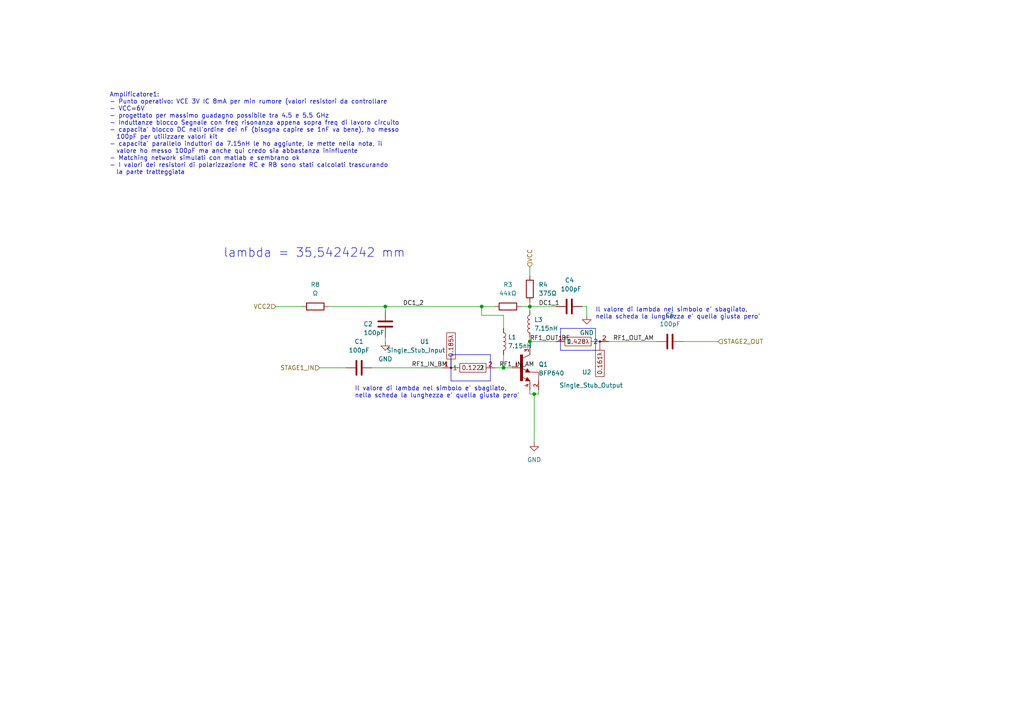
<source format=kicad_sch>
(kicad_sch (version 20230121) (generator eeschema)
  (paper "A4")
  (lib_symbols
    (symbol "Device:C" (pin_numbers hide) (pin_names (offset 0.254))
      (property "Reference" "C" (at 0.635 2.54 0))
      (property "Value" "C" (at 0.635 -2.54 0))
      (symbol "C_0_1"
        (polyline (pts (xy -2.032 -0.762) (xy 2.032 -0.762)) (stroke (width 0.508)))
        (polyline (pts (xy -2.032 0.762) (xy 2.032 0.762)) (stroke (width 0.508)))
      )
      (symbol "C_1_1"
        (pin passive line (at 0 3.81 270) (length 2.794) (name "~") (number "1"))
        (pin passive line (at 0 -3.81 90) (length 2.794) (name "~") (number "2"))
      )
    )
    (symbol "Device:L" (pin_numbers hide) (pin_names (offset 1.016) hide)
      (property "Reference" "L" (at -1.27 0 90))
      (property "Value" "L" (at 1.905 0 90))
      (symbol "L_0_1"
        (arc (start 0 -2.54) (mid 0.6323 -1.905) (end 0 -1.27))
        (arc (start 0 -1.27) (mid 0.6323 -0.635) (end 0 0))
        (arc (start 0 0) (mid 0.6323 0.635) (end 0 1.27))
        (arc (start 0 1.27) (mid 0.6323 1.905) (end 0 2.54))
      )
      (symbol "L_1_1"
        (pin passive line (at 0 3.81 270) (length 1.27) (name "1") (number "1"))
        (pin passive line (at 0 -3.81 90) (length 1.27) (name "2") (number "2"))
      )
    )
    (symbol "Device:R" (pin_numbers hide) (pin_names (offset 0))
      (property "Reference" "R" (at 2.032 0 90))
      (property "Value" "R" (at 0 0 90))
      (symbol "R_0_1"
        (rectangle (start -1.016 -2.54) (end 1.016 2.54) (stroke (width 0.254)))
      )
      (symbol "R_1_1"
        (pin passive line (at 0 3.81 270) (length 1.27) (name "~") (number "1"))
        (pin passive line (at 0 -3.81 90) (length 1.27) (name "~") (number "2"))
      )
    )
    (symbol "Nicobigio01_Microwave:Single_Stub_Input"
      (property "Reference" "U" (at -0.635 3.175 0))
      (property "Value" "Single_Stub_Input" (at -0.635 -3.81 0))
      (symbol "Single_Stub_Input_0_0"
        (text "0.122λ" (at 0 0 0) (effects (font (size 1.27 1.27))))
        (text "0.185λ" (at -6.35 6.35 900) (effects (font (size 1.27 1.27))))
      )
      (symbol "Single_Stub_Input_0_1"
        (rectangle (start -7.62 10.16) (end -5.08 2.54))
        (circle (center -6.35 0) (radius 0.254) (fill (type outline)))
        (rectangle (start -3.81 1.27) (end 3.81 -1.27))
        (polyline (pts (xy -6.35 0) (xy -3.81 0)))
        (polyline (pts (xy -6.35 2.54) (xy -6.35 0)))
      )
      (symbol "Single_Stub_Input_1_1"
        (pin input line (at -8.89 0 0) (length 2.54) (name "1") (number "1"))
        (pin output line (at 6.35 0 180) (length 2.54) (name "2") (number "2"))
      )
    )
    (symbol "Nicobigio01_Microwave:Single_Stub_Output"
      (property "Reference" "U" (at -1.905 3.81 0))
      (property "Value" "Single_Stub_Output" (at -1.27 -2.54 0))
      (symbol "Single_Stub_Output_0_0"
        (text "0.161λ" (at 3.81 6.35 900) (effects (font (size 1.27 1.27))))
        (text "0.428λ" (at -2.54 0 0) (effects (font (size 1.27 1.27))))
      )
      (symbol "Single_Stub_Output_0_1"
        (rectangle (start -6.35 1.27) (end 1.27 -1.27))
        (polyline (pts (xy 3.81 0) (xy 1.27 0)))
        (polyline (pts (xy 3.81 2.54) (xy 3.81 0)))
        (rectangle (start 2.54 10.16) (end 5.08 2.54))
        (circle (center 3.81 0) (radius 0.254) (fill (type outline)))
      )
      (symbol "Single_Stub_Output_1_1"
        (pin input line (at -8.89 0 0) (length 2.54) (name "1") (number "1"))
        (pin output line (at 6.35 0 180) (length 2.54) (name "2") (number "2"))
      )
    )
    (symbol "Nicobigio01_Transistor_HBT:BFP640" (pin_names (offset 1.016))
      (property "Reference" "Q" (at 5.0868 3.8134 0))
      (property "Value" "BFP640" (at 5.0804 1.27 0))
      (symbol "BFP640_0_0"
        (rectangle (start -0.2542 -3.8132) (end 0.508 1.27) (stroke (width 0.1)) (fill (type outline)))
        (rectangle (start -0.2543 -1.2735) (end 0.508 3.81) (stroke (width 0.1)) (fill (type outline)))
        (polyline (pts (xy 1.27 -3.81) (xy 1.778 -2.794)) (stroke (width 0.1524)))
        (polyline (pts (xy 1.27 -1.27) (xy 1.778 -0.254)) (stroke (width 0.1524)))
        (polyline (pts (xy 1.524 -3.683) (xy 2.286 -3.683)) (stroke (width 0.254)))
        (polyline (pts (xy 1.524 -3.556) (xy 1.905 -3.556)) (stroke (width 0.254)))
        (polyline (pts (xy 1.524 -1.143) (xy 2.286 -1.143)) (stroke (width 0.254)))
        (polyline (pts (xy 1.524 -1.016) (xy 1.905 -1.016)) (stroke (width 0.254)))
        (polyline (pts (xy 1.54 -3.31) (xy 0.308 -2.694)) (stroke (width 0.1524)))
        (polyline (pts (xy 1.54 -0.77) (xy 0.308 -0.154)) (stroke (width 0.1524)))
        (polyline (pts (xy 1.778 -3.048) (xy 1.524 -3.556)) (stroke (width 0.254)))
        (polyline (pts (xy 1.778 -2.794) (xy 2.54 -3.81)) (stroke (width 0.1524)))
        (polyline (pts (xy 1.778 -0.508) (xy 1.524 -1.016)) (stroke (width 0.254)))
        (polyline (pts (xy 1.778 -0.254) (xy 2.54 -1.27)) (stroke (width 0.1524)))
        (polyline (pts (xy 1.905 -3.556) (xy 1.778 -3.302)) (stroke (width 0.254)))
        (polyline (pts (xy 1.905 -1.016) (xy 1.778 -0.762)) (stroke (width 0.254)))
        (polyline (pts (xy 2.286 -3.683) (xy 1.778 -3.048)) (stroke (width 0.254)))
        (polyline (pts (xy 2.286 -1.143) (xy 1.778 -0.508)) (stroke (width 0.254)))
        (polyline (pts (xy 2.54 -3.81) (xy 1.27 -3.81)) (stroke (width 0.1524)))
        (polyline (pts (xy 2.54 -1.27) (xy 1.27 -1.27)) (stroke (width 0.1524)))
        (polyline (pts (xy 2.54 3.81) (xy 0.508 2.794)) (stroke (width 0.1524)))
        (pin passive line (at -2.54 0 0) (length 2.54) (name "~") (number "1"))
        (pin passive line (at 5.08 -6.35 90) (length 2.54) (name "~") (number "2"))
        (pin passive line (at 2.54 6.35 270) (length 2.54) (name "~") (number "3"))
        (pin passive line (at 2.54 -6.35 90) (length 2.54) (name "~") (number "4"))
      )
      (symbol "BFP640_0_1"
        (polyline (pts (xy 2.54 -1.27) (xy 5.08 -1.27) (xy 5.08 -3.81)))
      )
    )
    (symbol "power:GND" (power) (pin_names (offset 0))
      (property "Value" "GND" (at 0 -3.81 0))
      (symbol "GND_0_1"
        (polyline (pts (xy 0 0) (xy 0 -1.27) (xy 1.27 -1.27) (xy 0 -2.54) (xy -1.27 -1.27) (xy 0 -1.27)))
      )
      (symbol "GND_1_1"
        (pin power_in line (at 0 0 270) (length 0) hide (name "GND") (number "1"))
      )
    )
  )
  (junction (at 153.67 88.9))
  (junction (at 154.94 114.3))
  (junction (at 146.05 106.68))
  (junction (at 111.76 88.9))
  (junction (at 139.7 88.9))
  (junction (at 153.67 99.06))
  (wire (pts (xy 198.12 99.06) (xy 208.28 99.06)))
  (wire (pts (xy 154.94 128.27) (xy 154.94 114.3)))
  (wire (pts (xy 80.01 88.9) (xy 87.63 88.9)))
  (wire (pts (xy 153.67 114.3) (xy 153.67 113.03)))
  (wire (pts (xy 146.05 102.87) (xy 146.05 106.68)))
  (wire (pts (xy 153.67 99.06) (xy 161.29 99.06)))
  (polyline (pts (xy 172.72 101.6) (xy 172.72 95.25)))
  (wire (pts (xy 156.21 114.3) (xy 154.94 114.3)))
  (wire (pts (xy 170.18 88.9) (xy 170.18 91.44)))
  (wire (pts (xy 111.76 97.79) (xy 111.76 99.06)))
  (polyline (pts (xy 162.56 101.6) (xy 172.72 101.6)))
  (wire (pts (xy 111.76 88.9) (xy 139.7 88.9)))
  (wire (pts (xy 154.94 114.3) (xy 153.67 114.3)))
  (wire (pts (xy 153.67 97.79) (xy 153.67 99.06)))
  (wire (pts (xy 92.71 106.68) (xy 100.33 106.68)))
  (wire (pts (xy 95.25 88.9) (xy 111.76 88.9)))
  (polyline (pts (xy 130.81 102.87) (xy 130.81 110.49)))
  (wire (pts (xy 146.05 91.44) (xy 139.7 91.44)))
  (wire (pts (xy 156.21 113.03) (xy 156.21 114.3)))
  (polyline (pts (xy 142.24 102.87) (xy 130.81 102.87)))
  (wire (pts (xy 151.13 88.9) (xy 153.67 88.9)))
  (wire (pts (xy 107.95 106.68) (xy 128.27 106.68)))
  (wire (pts (xy 146.05 106.68) (xy 148.59 106.68)))
  (wire (pts (xy 168.91 88.9) (xy 170.18 88.9)))
  (wire (pts (xy 143.51 106.68) (xy 146.05 106.68)))
  (wire (pts (xy 153.67 77.47) (xy 153.67 80.01)))
  (polyline (pts (xy 130.81 110.49) (xy 142.24 110.49)))
  (wire (pts (xy 111.76 90.17) (xy 111.76 88.9)))
  (wire (pts (xy 146.05 95.25) (xy 146.05 91.44)))
  (wire (pts (xy 139.7 91.44) (xy 139.7 88.9)))
  (polyline (pts (xy 172.72 95.25) (xy 162.56 95.25)))
  (wire (pts (xy 153.67 88.9) (xy 161.29 88.9)))
  (wire (pts (xy 139.7 88.9) (xy 143.51 88.9)))
  (polyline (pts (xy 162.56 95.25) (xy 162.56 101.6)))
  (wire (pts (xy 153.67 88.9) (xy 153.67 90.17)))
  (wire (pts (xy 153.67 87.63) (xy 153.67 88.9)))
  (polyline (pts (xy 142.24 110.49) (xy 142.24 102.87)))
  (wire (pts (xy 176.53 99.06) (xy 190.5 99.06)))
  (wire (pts (xy 153.67 99.06) (xy 153.67 100.33)))
  (text "Amplificatore1:\n- Punto operativo: VCE 3V IC 8mA per min rumore (valori resistori da controllare\n- VCC=6V\n- progettato per massimo guadagno possibile tra 4.5 e 5.5 GHz\n- Induttanze blocco Segnale con freq risonanza appena sopra freq di lavoro circuito\n- capacita' blocco DC nell'ordine dei nF (bisogna capire se 1nF va bene), ho messo \n  100pF per utilizzare valori kit\n- capacita' parallelo induttori da 7.15nH le ho aggiunte, le mette nella nota, il\n  valore ho messo 100pF ma anche qui credo sia abbastanza ininfluente\n- Matching network simulati con matlab e sembrano ok\n- I valori dei resistori di polarizzazione RC e RB sono stati calcolati trascurando\n  la parte tratteggiata" (at 31.75 50.8 0) (effects (font (size 1.27 1.27)) (justify left bottom)))
  (text "lambda = 35,5424242 mm\n" (at 64.77 74.93 0) (effects (font (size 2.54 2.54)) (justify left bottom)))
  (text "Il valore di lambda nel simbolo e' sbagliato, \nnella scheda la lunghezza e' quella giusta pero'" (at 102.87 115.57 0) (effects (font (size 1.27 1.27)) (justify left bottom)))
  (text "Il valore di lambda nel simbolo e' sbagliato, \nnella scheda la lunghezza e' quella giusta pero'" (at 172.72 92.71 0) (effects (font (size 1.27 1.27)) (justify left bottom)))
  (label "RF1_OUT_AM" (at 177.8 99.06 0))
  (label "RF1_IN_BM" (at 119.38 106.68 0))
  (label "DC1_1" (at 156.21 88.9 0))
  (label "RF1_IN_AM" (at 144.78 106.68 0))
  (label "DC1_2" (at 116.84 88.9 0))
  (label "RF1_OUT_BF" (at 153.67 99.06 0))
  (hierarchical_label "STAGE2_OUT" (shape input) (at 208.28 99.06 0))
  (hierarchical_label "STAGE1_IN" (shape input) (at 92.71 106.68 180))
  (hierarchical_label "VCC2" (shape input) (at 80.01 88.9 180))
  (hierarchical_label "VCC" (shape input) (at 153.67 77.47 90))
  (symbol (lib_id "Device:C") (at 111.76 93.98 0) (mirror y) (unit 1)
    (property "Reference" "C2" (at 105.41 93.98 0) (effects (justify right)))
    (property "Value" "100pF" (at 105.41 96.52 0) (effects (justify right)))
    (property "Footprint" "Capacitor_SMD:C_0603_1608Metric" (effects hide))
  )
  (symbol (lib_id "Device:C") (at 165.1 88.9 90) (mirror x) (unit 1)
    (property "Reference" "C4" (at 163.83 81.28 90) (effects (justify right)))
    (property "Value" "100pF" (at 162.56 83.82 90) (effects (justify right)))
    (property "Footprint" "Capacitor_SMD:C_0603_1608Metric" (effects hide))
  )
  (symbol (lib_id "Nicobigio01_Microwave:Single_Stub_Output") (at 170.18 99.06 0) (mirror x) (unit 1)
    (property "Reference" "U2" (at 170.18 107.95 0))
    (property "Value" "Single_Stub_Output" (at 171.45 111.76 0))
    (property "Footprint" "Nicobigio01:Microwave_Stub_Out2" (effects hide))
  )
  (symbol (lib_id "Device:C") (at 194.31 99.06 90) (unit 1)
    (property "Reference" "C5" (at 194.31 91.44 90))
    (property "Value" "100pF" (at 194.31 93.98 90))
    (property "Footprint" "Capacitor_SMD:C_0603_1608Metric" (effects hide))
  )
  (symbol (lib_id "Device:R") (at 147.32 88.9 90) (unit 1)
    (property "Reference" "R3" (at 147.32 82.55 90))
    (property "Value" "44kΩ" (at 147.32 85.09 90))
    (property "Footprint" "Resistor_SMD:R_0603_1608Metric" (effects hide))
  )
  (symbol (lib_id "Nicobigio01_Transistor_HBT:BFP640") (at 151.13 106.68 0) (unit 1)
    (property "Reference" "Q1" (at 156.21 105.6893 0) (effects (justify left)))
    (property "Value" "BFP640" (at 156.21 108.2293 0) (effects (justify left)))
    (property "Footprint" "Nicobigio01:SOT-343" (effects hide))
    (property "Datasheet" "https://www.infineon.com/dgdl/Infineon-BFP640-DS-v03_00-EN.pdf?fileId=5546d462689a790c01690f03a9ca3928" (effects hide))
  )
  (symbol (lib_id "Device:R") (at 153.67 83.82 0) (unit 1)
    (property "Reference" "R4" (at 156.21 82.5499 0) (effects (justify left)))
    (property "Value" "375Ω" (at 156.21 85.0899 0) (effects (justify left)))
    (property "Footprint" "Resistor_SMD:R_0603_1608Metric" (effects hide))
  )
  (symbol (lib_id "Device:R") (at 91.44 88.9 90) (unit 1)
    (property "Reference" "R8" (at 91.44 82.55 90))
    (property "Value" "Ω" (at 91.44 85.09 90))
    (property "Footprint" "Resistor_SMD:R_0603_1608Metric" (effects hide))
  )
  (symbol (lib_id "power:GND") (at 170.18 91.44 0) (unit 1)
    (property "Reference" "#PWR0109" (effects hide))
    (property "Value" "GND" (at 170.18 96.52 0))
  )
  (symbol (lib_id "Device:C") (at 104.14 106.68 90) (unit 1)
    (property "Reference" "C1" (at 104.14 99.06 90))
    (property "Value" "100pF" (at 104.14 101.6 90))
    (property "Footprint" "Capacitor_SMD:C_0603_1608Metric" (effects hide))
  )
  (symbol (lib_id "Device:L") (at 153.67 93.98 180) (unit 1)
    (property "Reference" "L3" (at 154.94 92.7099 0) (effects (justify right)))
    (property "Value" "7.15nH" (at 154.94 95.2499 0) (effects (justify right)))
    (property "Footprint" "Nicobigio01:Coilcraft_1606-xxLx" (effects hide))
  )
  (symbol (lib_id "power:GND") (at 154.94 128.27 0) (unit 1)
    (property "Reference" "#PWR0108" (effects hide))
    (property "Value" "GND" (at 154.94 133.35 0))
  )
  (symbol (lib_id "Nicobigio01_Microwave:Single_Stub_Input") (at 137.16 106.68 0) (unit 1)
    (property "Reference" "U1" (at 123.19 99.06 0))
    (property "Value" "Single_Stub_Input" (at 120.65 101.6 0))
    (property "Footprint" "Nicobigio01:Microwave_Stub_In2" (effects hide))
  )
  (symbol (lib_id "Device:L") (at 146.05 99.06 0) (unit 1)
    (property "Reference" "L1" (at 147.32 97.7899 0) (effects (justify left)))
    (property "Value" "7.15nH" (at 147.32 100.3299 0) (effects (justify left)))
    (property "Footprint" "Nicobigio01:Coilcraft_1606-xxLx" (effects hide))
  )
  (symbol (lib_id "power:GND") (at 111.76 99.06 0) (unit 1)
    (property "Reference" "#PWR0103" (effects hide))
    (property "Value" "GND" (at 111.76 104.14 0))
  )
)
</source>
